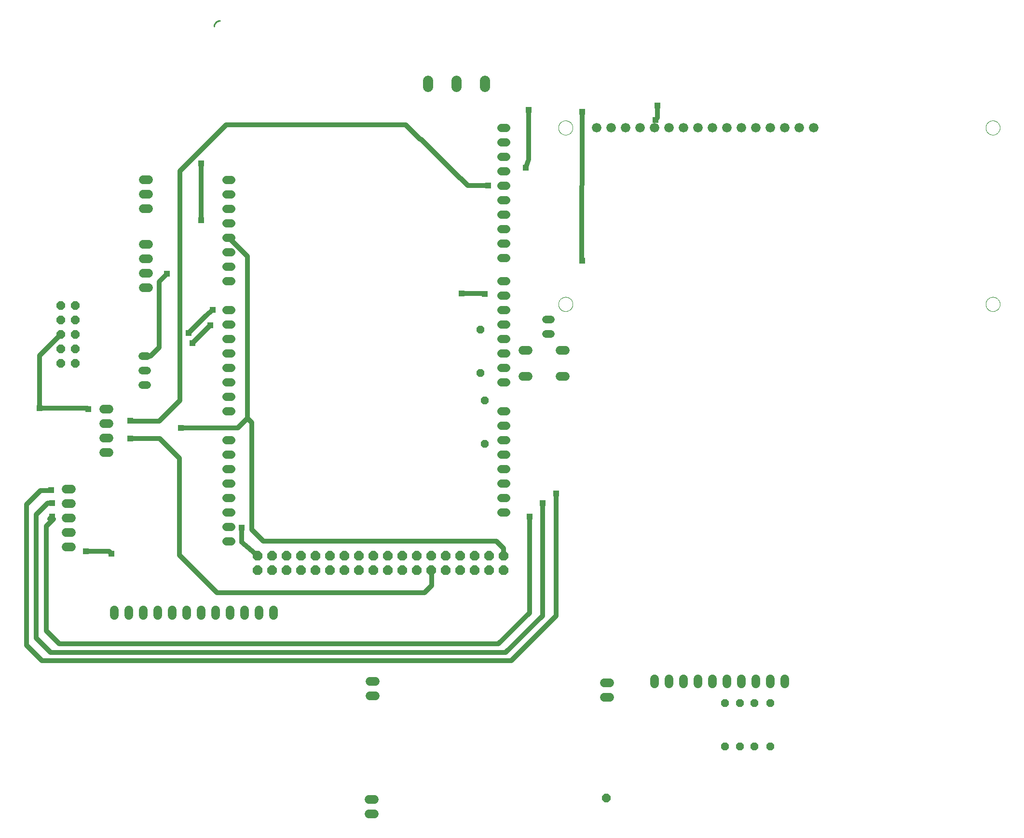
<source format=gtl>
G75*
%MOIN*%
%OFA0B0*%
%FSLAX25Y25*%
%IPPOS*%
%LPD*%
%AMOC8*
5,1,8,0,0,1.08239X$1,22.5*
%
%ADD10C,0.01000*%
%ADD11C,0.05600*%
%ADD12OC8,0.06600*%
%ADD13C,0.07087*%
%ADD14OC8,0.05200*%
%ADD15C,0.05200*%
%ADD16C,0.06600*%
%ADD17C,0.00000*%
%ADD18C,0.06000*%
%ADD19OC8,0.06000*%
%ADD20R,0.04362X0.04362*%
%ADD21C,0.03200*%
D10*
X0132100Y0552863D02*
X0132102Y0552987D01*
X0132108Y0553110D01*
X0132117Y0553234D01*
X0132131Y0553356D01*
X0132148Y0553479D01*
X0132170Y0553601D01*
X0132195Y0553722D01*
X0132224Y0553842D01*
X0132256Y0553961D01*
X0132293Y0554080D01*
X0132333Y0554197D01*
X0132376Y0554312D01*
X0132424Y0554427D01*
X0132475Y0554539D01*
X0132529Y0554650D01*
X0132587Y0554760D01*
X0132648Y0554867D01*
X0132713Y0554973D01*
X0132781Y0555076D01*
X0132852Y0555177D01*
X0132926Y0555276D01*
X0133003Y0555373D01*
X0133084Y0555467D01*
X0133167Y0555558D01*
X0133253Y0555647D01*
X0133342Y0555733D01*
X0133433Y0555816D01*
X0133527Y0555897D01*
X0133624Y0555974D01*
X0133723Y0556048D01*
X0133824Y0556119D01*
X0133927Y0556187D01*
X0134033Y0556252D01*
X0134140Y0556313D01*
X0134250Y0556371D01*
X0134361Y0556425D01*
X0134473Y0556476D01*
X0134588Y0556524D01*
X0134703Y0556567D01*
X0134820Y0556607D01*
X0134939Y0556644D01*
X0135058Y0556676D01*
X0135178Y0556705D01*
X0135299Y0556730D01*
X0135421Y0556752D01*
X0135544Y0556769D01*
X0135666Y0556783D01*
X0135790Y0556792D01*
X0135913Y0556798D01*
X0136037Y0556800D01*
D11*
X0140420Y0446800D02*
X0143780Y0446800D01*
X0143780Y0436800D02*
X0140420Y0436800D01*
X0140420Y0426800D02*
X0143780Y0426800D01*
X0143780Y0416800D02*
X0140420Y0416800D01*
X0140420Y0406800D02*
X0143780Y0406800D01*
X0143780Y0396800D02*
X0140420Y0396800D01*
X0140420Y0386800D02*
X0143780Y0386800D01*
X0143780Y0376800D02*
X0140420Y0376800D01*
X0140420Y0356800D02*
X0143780Y0356800D01*
X0143780Y0346800D02*
X0140420Y0346800D01*
X0140420Y0336800D02*
X0143780Y0336800D01*
X0143780Y0326800D02*
X0140420Y0326800D01*
X0140420Y0316800D02*
X0143780Y0316800D01*
X0143780Y0306800D02*
X0140420Y0306800D01*
X0140420Y0296800D02*
X0143780Y0296800D01*
X0143780Y0286800D02*
X0140420Y0286800D01*
X0140420Y0266800D02*
X0143780Y0266800D01*
X0143780Y0256800D02*
X0140420Y0256800D01*
X0140420Y0246800D02*
X0143780Y0246800D01*
X0143780Y0236800D02*
X0140420Y0236800D01*
X0140420Y0226800D02*
X0143780Y0226800D01*
X0143780Y0216800D02*
X0140420Y0216800D01*
X0140420Y0206800D02*
X0143780Y0206800D01*
X0143780Y0196800D02*
X0140420Y0196800D01*
X0330420Y0216800D02*
X0333780Y0216800D01*
X0333780Y0226800D02*
X0330420Y0226800D01*
X0330420Y0236800D02*
X0333780Y0236800D01*
X0333780Y0246800D02*
X0330420Y0246800D01*
X0330420Y0256800D02*
X0333780Y0256800D01*
X0333780Y0266800D02*
X0330420Y0266800D01*
X0330420Y0276800D02*
X0333780Y0276800D01*
X0333780Y0286800D02*
X0330420Y0286800D01*
X0330420Y0306800D02*
X0333780Y0306800D01*
X0333780Y0316800D02*
X0330420Y0316800D01*
X0330420Y0326800D02*
X0333780Y0326800D01*
X0333780Y0336800D02*
X0330420Y0336800D01*
X0330420Y0346800D02*
X0333780Y0346800D01*
X0333780Y0356800D02*
X0330420Y0356800D01*
X0330420Y0366800D02*
X0333780Y0366800D01*
X0333780Y0376800D02*
X0330420Y0376800D01*
X0330420Y0392800D02*
X0333780Y0392800D01*
X0333780Y0402800D02*
X0330420Y0402800D01*
X0330420Y0412800D02*
X0333780Y0412800D01*
X0333780Y0422800D02*
X0330420Y0422800D01*
X0330420Y0432800D02*
X0333780Y0432800D01*
X0333780Y0442800D02*
X0330420Y0442800D01*
X0330420Y0452800D02*
X0333780Y0452800D01*
X0333780Y0462800D02*
X0330420Y0462800D01*
X0330420Y0472800D02*
X0333780Y0472800D01*
X0333780Y0482800D02*
X0330420Y0482800D01*
D12*
X0332100Y0186800D03*
X0322100Y0186800D03*
X0322100Y0176800D03*
X0332100Y0176800D03*
X0312100Y0176800D03*
X0302100Y0176800D03*
X0302100Y0186800D03*
X0312100Y0186800D03*
X0292100Y0186800D03*
X0282100Y0186800D03*
X0282100Y0176800D03*
X0292100Y0176800D03*
X0272100Y0176800D03*
X0262100Y0176800D03*
X0252100Y0176800D03*
X0252100Y0186800D03*
X0262100Y0186800D03*
X0272100Y0186800D03*
X0242100Y0186800D03*
X0232100Y0186800D03*
X0232100Y0176800D03*
X0242100Y0176800D03*
X0222100Y0176800D03*
X0212100Y0176800D03*
X0212100Y0186800D03*
X0222100Y0186800D03*
X0202100Y0186800D03*
X0192100Y0186800D03*
X0192100Y0176800D03*
X0202100Y0176800D03*
X0182100Y0176800D03*
X0172100Y0176800D03*
X0172100Y0186800D03*
X0182100Y0186800D03*
X0162100Y0186800D03*
X0162100Y0176800D03*
D13*
X0279915Y0511083D02*
X0279915Y0515335D01*
X0299600Y0515335D02*
X0299600Y0511083D01*
X0319285Y0511083D02*
X0319285Y0515335D01*
D14*
X0316100Y0343300D03*
X0316100Y0313300D03*
X0319100Y0294300D03*
X0319100Y0264300D03*
X0485100Y0084800D03*
X0495600Y0084800D03*
X0505600Y0084800D03*
X0516600Y0084800D03*
X0516600Y0054800D03*
X0505600Y0054800D03*
X0495600Y0054800D03*
X0485100Y0054800D03*
D15*
X0364660Y0340300D02*
X0361540Y0340300D01*
X0361540Y0350300D02*
X0364660Y0350300D01*
X0085660Y0324800D02*
X0082540Y0324800D01*
X0082540Y0314800D02*
X0085660Y0314800D01*
X0085660Y0304800D02*
X0082540Y0304800D01*
D16*
X0396616Y0482824D03*
X0406616Y0482824D03*
X0416616Y0482824D03*
X0426616Y0482824D03*
X0436616Y0482824D03*
X0446616Y0482824D03*
X0456616Y0482824D03*
X0466616Y0482824D03*
X0476616Y0482824D03*
X0486616Y0482824D03*
X0496616Y0482824D03*
X0506616Y0482824D03*
X0516616Y0482824D03*
X0526616Y0482824D03*
X0536616Y0482824D03*
X0546616Y0482824D03*
D17*
X0665317Y0482824D02*
X0665319Y0482964D01*
X0665325Y0483104D01*
X0665335Y0483243D01*
X0665349Y0483382D01*
X0665367Y0483521D01*
X0665388Y0483659D01*
X0665414Y0483797D01*
X0665444Y0483934D01*
X0665477Y0484069D01*
X0665515Y0484204D01*
X0665556Y0484338D01*
X0665601Y0484471D01*
X0665649Y0484602D01*
X0665702Y0484731D01*
X0665758Y0484860D01*
X0665817Y0484986D01*
X0665881Y0485111D01*
X0665947Y0485234D01*
X0666018Y0485355D01*
X0666091Y0485474D01*
X0666168Y0485591D01*
X0666249Y0485705D01*
X0666332Y0485817D01*
X0666419Y0485927D01*
X0666509Y0486035D01*
X0666601Y0486139D01*
X0666697Y0486241D01*
X0666796Y0486341D01*
X0666897Y0486437D01*
X0667001Y0486531D01*
X0667108Y0486621D01*
X0667217Y0486708D01*
X0667329Y0486793D01*
X0667443Y0486874D01*
X0667559Y0486952D01*
X0667677Y0487026D01*
X0667798Y0487097D01*
X0667920Y0487165D01*
X0668045Y0487229D01*
X0668171Y0487290D01*
X0668298Y0487347D01*
X0668428Y0487400D01*
X0668559Y0487450D01*
X0668691Y0487495D01*
X0668824Y0487538D01*
X0668959Y0487576D01*
X0669094Y0487610D01*
X0669231Y0487641D01*
X0669368Y0487668D01*
X0669506Y0487690D01*
X0669645Y0487709D01*
X0669784Y0487724D01*
X0669923Y0487735D01*
X0670063Y0487742D01*
X0670203Y0487745D01*
X0670343Y0487744D01*
X0670483Y0487739D01*
X0670622Y0487730D01*
X0670762Y0487717D01*
X0670901Y0487700D01*
X0671039Y0487679D01*
X0671177Y0487655D01*
X0671314Y0487626D01*
X0671450Y0487594D01*
X0671585Y0487557D01*
X0671719Y0487517D01*
X0671852Y0487473D01*
X0671983Y0487425D01*
X0672113Y0487374D01*
X0672242Y0487319D01*
X0672369Y0487260D01*
X0672494Y0487197D01*
X0672617Y0487132D01*
X0672739Y0487062D01*
X0672858Y0486989D01*
X0672976Y0486913D01*
X0673091Y0486834D01*
X0673204Y0486751D01*
X0673314Y0486665D01*
X0673422Y0486576D01*
X0673527Y0486484D01*
X0673630Y0486389D01*
X0673730Y0486291D01*
X0673827Y0486191D01*
X0673921Y0486087D01*
X0674013Y0485981D01*
X0674101Y0485873D01*
X0674186Y0485762D01*
X0674268Y0485648D01*
X0674347Y0485532D01*
X0674422Y0485415D01*
X0674494Y0485295D01*
X0674562Y0485173D01*
X0674627Y0485049D01*
X0674689Y0484923D01*
X0674747Y0484796D01*
X0674801Y0484667D01*
X0674852Y0484536D01*
X0674898Y0484404D01*
X0674941Y0484271D01*
X0674981Y0484137D01*
X0675016Y0484002D01*
X0675048Y0483865D01*
X0675075Y0483728D01*
X0675099Y0483590D01*
X0675119Y0483452D01*
X0675135Y0483313D01*
X0675147Y0483173D01*
X0675155Y0483034D01*
X0675159Y0482894D01*
X0675159Y0482754D01*
X0675155Y0482614D01*
X0675147Y0482475D01*
X0675135Y0482335D01*
X0675119Y0482196D01*
X0675099Y0482058D01*
X0675075Y0481920D01*
X0675048Y0481783D01*
X0675016Y0481646D01*
X0674981Y0481511D01*
X0674941Y0481377D01*
X0674898Y0481244D01*
X0674852Y0481112D01*
X0674801Y0480981D01*
X0674747Y0480852D01*
X0674689Y0480725D01*
X0674627Y0480599D01*
X0674562Y0480475D01*
X0674494Y0480353D01*
X0674422Y0480233D01*
X0674347Y0480116D01*
X0674268Y0480000D01*
X0674186Y0479886D01*
X0674101Y0479775D01*
X0674013Y0479667D01*
X0673921Y0479561D01*
X0673827Y0479457D01*
X0673730Y0479357D01*
X0673630Y0479259D01*
X0673527Y0479164D01*
X0673422Y0479072D01*
X0673314Y0478983D01*
X0673204Y0478897D01*
X0673091Y0478814D01*
X0672976Y0478735D01*
X0672858Y0478659D01*
X0672739Y0478586D01*
X0672617Y0478516D01*
X0672494Y0478451D01*
X0672369Y0478388D01*
X0672242Y0478329D01*
X0672113Y0478274D01*
X0671983Y0478223D01*
X0671852Y0478175D01*
X0671719Y0478131D01*
X0671585Y0478091D01*
X0671450Y0478054D01*
X0671314Y0478022D01*
X0671177Y0477993D01*
X0671039Y0477969D01*
X0670901Y0477948D01*
X0670762Y0477931D01*
X0670622Y0477918D01*
X0670483Y0477909D01*
X0670343Y0477904D01*
X0670203Y0477903D01*
X0670063Y0477906D01*
X0669923Y0477913D01*
X0669784Y0477924D01*
X0669645Y0477939D01*
X0669506Y0477958D01*
X0669368Y0477980D01*
X0669231Y0478007D01*
X0669094Y0478038D01*
X0668959Y0478072D01*
X0668824Y0478110D01*
X0668691Y0478153D01*
X0668559Y0478198D01*
X0668428Y0478248D01*
X0668298Y0478301D01*
X0668171Y0478358D01*
X0668045Y0478419D01*
X0667920Y0478483D01*
X0667798Y0478551D01*
X0667677Y0478622D01*
X0667559Y0478696D01*
X0667443Y0478774D01*
X0667329Y0478855D01*
X0667217Y0478940D01*
X0667108Y0479027D01*
X0667001Y0479117D01*
X0666897Y0479211D01*
X0666796Y0479307D01*
X0666697Y0479407D01*
X0666601Y0479509D01*
X0666509Y0479613D01*
X0666419Y0479721D01*
X0666332Y0479831D01*
X0666249Y0479943D01*
X0666168Y0480057D01*
X0666091Y0480174D01*
X0666018Y0480293D01*
X0665947Y0480414D01*
X0665881Y0480537D01*
X0665817Y0480662D01*
X0665758Y0480788D01*
X0665702Y0480917D01*
X0665649Y0481046D01*
X0665601Y0481177D01*
X0665556Y0481310D01*
X0665515Y0481444D01*
X0665477Y0481579D01*
X0665444Y0481714D01*
X0665414Y0481851D01*
X0665388Y0481989D01*
X0665367Y0482127D01*
X0665349Y0482266D01*
X0665335Y0482405D01*
X0665325Y0482544D01*
X0665319Y0482684D01*
X0665317Y0482824D01*
X0665317Y0360776D02*
X0665319Y0360916D01*
X0665325Y0361056D01*
X0665335Y0361195D01*
X0665349Y0361334D01*
X0665367Y0361473D01*
X0665388Y0361611D01*
X0665414Y0361749D01*
X0665444Y0361886D01*
X0665477Y0362021D01*
X0665515Y0362156D01*
X0665556Y0362290D01*
X0665601Y0362423D01*
X0665649Y0362554D01*
X0665702Y0362683D01*
X0665758Y0362812D01*
X0665817Y0362938D01*
X0665881Y0363063D01*
X0665947Y0363186D01*
X0666018Y0363307D01*
X0666091Y0363426D01*
X0666168Y0363543D01*
X0666249Y0363657D01*
X0666332Y0363769D01*
X0666419Y0363879D01*
X0666509Y0363987D01*
X0666601Y0364091D01*
X0666697Y0364193D01*
X0666796Y0364293D01*
X0666897Y0364389D01*
X0667001Y0364483D01*
X0667108Y0364573D01*
X0667217Y0364660D01*
X0667329Y0364745D01*
X0667443Y0364826D01*
X0667559Y0364904D01*
X0667677Y0364978D01*
X0667798Y0365049D01*
X0667920Y0365117D01*
X0668045Y0365181D01*
X0668171Y0365242D01*
X0668298Y0365299D01*
X0668428Y0365352D01*
X0668559Y0365402D01*
X0668691Y0365447D01*
X0668824Y0365490D01*
X0668959Y0365528D01*
X0669094Y0365562D01*
X0669231Y0365593D01*
X0669368Y0365620D01*
X0669506Y0365642D01*
X0669645Y0365661D01*
X0669784Y0365676D01*
X0669923Y0365687D01*
X0670063Y0365694D01*
X0670203Y0365697D01*
X0670343Y0365696D01*
X0670483Y0365691D01*
X0670622Y0365682D01*
X0670762Y0365669D01*
X0670901Y0365652D01*
X0671039Y0365631D01*
X0671177Y0365607D01*
X0671314Y0365578D01*
X0671450Y0365546D01*
X0671585Y0365509D01*
X0671719Y0365469D01*
X0671852Y0365425D01*
X0671983Y0365377D01*
X0672113Y0365326D01*
X0672242Y0365271D01*
X0672369Y0365212D01*
X0672494Y0365149D01*
X0672617Y0365084D01*
X0672739Y0365014D01*
X0672858Y0364941D01*
X0672976Y0364865D01*
X0673091Y0364786D01*
X0673204Y0364703D01*
X0673314Y0364617D01*
X0673422Y0364528D01*
X0673527Y0364436D01*
X0673630Y0364341D01*
X0673730Y0364243D01*
X0673827Y0364143D01*
X0673921Y0364039D01*
X0674013Y0363933D01*
X0674101Y0363825D01*
X0674186Y0363714D01*
X0674268Y0363600D01*
X0674347Y0363484D01*
X0674422Y0363367D01*
X0674494Y0363247D01*
X0674562Y0363125D01*
X0674627Y0363001D01*
X0674689Y0362875D01*
X0674747Y0362748D01*
X0674801Y0362619D01*
X0674852Y0362488D01*
X0674898Y0362356D01*
X0674941Y0362223D01*
X0674981Y0362089D01*
X0675016Y0361954D01*
X0675048Y0361817D01*
X0675075Y0361680D01*
X0675099Y0361542D01*
X0675119Y0361404D01*
X0675135Y0361265D01*
X0675147Y0361125D01*
X0675155Y0360986D01*
X0675159Y0360846D01*
X0675159Y0360706D01*
X0675155Y0360566D01*
X0675147Y0360427D01*
X0675135Y0360287D01*
X0675119Y0360148D01*
X0675099Y0360010D01*
X0675075Y0359872D01*
X0675048Y0359735D01*
X0675016Y0359598D01*
X0674981Y0359463D01*
X0674941Y0359329D01*
X0674898Y0359196D01*
X0674852Y0359064D01*
X0674801Y0358933D01*
X0674747Y0358804D01*
X0674689Y0358677D01*
X0674627Y0358551D01*
X0674562Y0358427D01*
X0674494Y0358305D01*
X0674422Y0358185D01*
X0674347Y0358068D01*
X0674268Y0357952D01*
X0674186Y0357838D01*
X0674101Y0357727D01*
X0674013Y0357619D01*
X0673921Y0357513D01*
X0673827Y0357409D01*
X0673730Y0357309D01*
X0673630Y0357211D01*
X0673527Y0357116D01*
X0673422Y0357024D01*
X0673314Y0356935D01*
X0673204Y0356849D01*
X0673091Y0356766D01*
X0672976Y0356687D01*
X0672858Y0356611D01*
X0672739Y0356538D01*
X0672617Y0356468D01*
X0672494Y0356403D01*
X0672369Y0356340D01*
X0672242Y0356281D01*
X0672113Y0356226D01*
X0671983Y0356175D01*
X0671852Y0356127D01*
X0671719Y0356083D01*
X0671585Y0356043D01*
X0671450Y0356006D01*
X0671314Y0355974D01*
X0671177Y0355945D01*
X0671039Y0355921D01*
X0670901Y0355900D01*
X0670762Y0355883D01*
X0670622Y0355870D01*
X0670483Y0355861D01*
X0670343Y0355856D01*
X0670203Y0355855D01*
X0670063Y0355858D01*
X0669923Y0355865D01*
X0669784Y0355876D01*
X0669645Y0355891D01*
X0669506Y0355910D01*
X0669368Y0355932D01*
X0669231Y0355959D01*
X0669094Y0355990D01*
X0668959Y0356024D01*
X0668824Y0356062D01*
X0668691Y0356105D01*
X0668559Y0356150D01*
X0668428Y0356200D01*
X0668298Y0356253D01*
X0668171Y0356310D01*
X0668045Y0356371D01*
X0667920Y0356435D01*
X0667798Y0356503D01*
X0667677Y0356574D01*
X0667559Y0356648D01*
X0667443Y0356726D01*
X0667329Y0356807D01*
X0667217Y0356892D01*
X0667108Y0356979D01*
X0667001Y0357069D01*
X0666897Y0357163D01*
X0666796Y0357259D01*
X0666697Y0357359D01*
X0666601Y0357461D01*
X0666509Y0357565D01*
X0666419Y0357673D01*
X0666332Y0357783D01*
X0666249Y0357895D01*
X0666168Y0358009D01*
X0666091Y0358126D01*
X0666018Y0358245D01*
X0665947Y0358366D01*
X0665881Y0358489D01*
X0665817Y0358614D01*
X0665758Y0358740D01*
X0665702Y0358869D01*
X0665649Y0358998D01*
X0665601Y0359129D01*
X0665556Y0359262D01*
X0665515Y0359396D01*
X0665477Y0359531D01*
X0665444Y0359666D01*
X0665414Y0359803D01*
X0665388Y0359941D01*
X0665367Y0360079D01*
X0665349Y0360218D01*
X0665335Y0360357D01*
X0665325Y0360496D01*
X0665319Y0360636D01*
X0665317Y0360776D01*
X0370041Y0360776D02*
X0370043Y0360916D01*
X0370049Y0361056D01*
X0370059Y0361195D01*
X0370073Y0361334D01*
X0370091Y0361473D01*
X0370112Y0361611D01*
X0370138Y0361749D01*
X0370168Y0361886D01*
X0370201Y0362021D01*
X0370239Y0362156D01*
X0370280Y0362290D01*
X0370325Y0362423D01*
X0370373Y0362554D01*
X0370426Y0362683D01*
X0370482Y0362812D01*
X0370541Y0362938D01*
X0370605Y0363063D01*
X0370671Y0363186D01*
X0370742Y0363307D01*
X0370815Y0363426D01*
X0370892Y0363543D01*
X0370973Y0363657D01*
X0371056Y0363769D01*
X0371143Y0363879D01*
X0371233Y0363987D01*
X0371325Y0364091D01*
X0371421Y0364193D01*
X0371520Y0364293D01*
X0371621Y0364389D01*
X0371725Y0364483D01*
X0371832Y0364573D01*
X0371941Y0364660D01*
X0372053Y0364745D01*
X0372167Y0364826D01*
X0372283Y0364904D01*
X0372401Y0364978D01*
X0372522Y0365049D01*
X0372644Y0365117D01*
X0372769Y0365181D01*
X0372895Y0365242D01*
X0373022Y0365299D01*
X0373152Y0365352D01*
X0373283Y0365402D01*
X0373415Y0365447D01*
X0373548Y0365490D01*
X0373683Y0365528D01*
X0373818Y0365562D01*
X0373955Y0365593D01*
X0374092Y0365620D01*
X0374230Y0365642D01*
X0374369Y0365661D01*
X0374508Y0365676D01*
X0374647Y0365687D01*
X0374787Y0365694D01*
X0374927Y0365697D01*
X0375067Y0365696D01*
X0375207Y0365691D01*
X0375346Y0365682D01*
X0375486Y0365669D01*
X0375625Y0365652D01*
X0375763Y0365631D01*
X0375901Y0365607D01*
X0376038Y0365578D01*
X0376174Y0365546D01*
X0376309Y0365509D01*
X0376443Y0365469D01*
X0376576Y0365425D01*
X0376707Y0365377D01*
X0376837Y0365326D01*
X0376966Y0365271D01*
X0377093Y0365212D01*
X0377218Y0365149D01*
X0377341Y0365084D01*
X0377463Y0365014D01*
X0377582Y0364941D01*
X0377700Y0364865D01*
X0377815Y0364786D01*
X0377928Y0364703D01*
X0378038Y0364617D01*
X0378146Y0364528D01*
X0378251Y0364436D01*
X0378354Y0364341D01*
X0378454Y0364243D01*
X0378551Y0364143D01*
X0378645Y0364039D01*
X0378737Y0363933D01*
X0378825Y0363825D01*
X0378910Y0363714D01*
X0378992Y0363600D01*
X0379071Y0363484D01*
X0379146Y0363367D01*
X0379218Y0363247D01*
X0379286Y0363125D01*
X0379351Y0363001D01*
X0379413Y0362875D01*
X0379471Y0362748D01*
X0379525Y0362619D01*
X0379576Y0362488D01*
X0379622Y0362356D01*
X0379665Y0362223D01*
X0379705Y0362089D01*
X0379740Y0361954D01*
X0379772Y0361817D01*
X0379799Y0361680D01*
X0379823Y0361542D01*
X0379843Y0361404D01*
X0379859Y0361265D01*
X0379871Y0361125D01*
X0379879Y0360986D01*
X0379883Y0360846D01*
X0379883Y0360706D01*
X0379879Y0360566D01*
X0379871Y0360427D01*
X0379859Y0360287D01*
X0379843Y0360148D01*
X0379823Y0360010D01*
X0379799Y0359872D01*
X0379772Y0359735D01*
X0379740Y0359598D01*
X0379705Y0359463D01*
X0379665Y0359329D01*
X0379622Y0359196D01*
X0379576Y0359064D01*
X0379525Y0358933D01*
X0379471Y0358804D01*
X0379413Y0358677D01*
X0379351Y0358551D01*
X0379286Y0358427D01*
X0379218Y0358305D01*
X0379146Y0358185D01*
X0379071Y0358068D01*
X0378992Y0357952D01*
X0378910Y0357838D01*
X0378825Y0357727D01*
X0378737Y0357619D01*
X0378645Y0357513D01*
X0378551Y0357409D01*
X0378454Y0357309D01*
X0378354Y0357211D01*
X0378251Y0357116D01*
X0378146Y0357024D01*
X0378038Y0356935D01*
X0377928Y0356849D01*
X0377815Y0356766D01*
X0377700Y0356687D01*
X0377582Y0356611D01*
X0377463Y0356538D01*
X0377341Y0356468D01*
X0377218Y0356403D01*
X0377093Y0356340D01*
X0376966Y0356281D01*
X0376837Y0356226D01*
X0376707Y0356175D01*
X0376576Y0356127D01*
X0376443Y0356083D01*
X0376309Y0356043D01*
X0376174Y0356006D01*
X0376038Y0355974D01*
X0375901Y0355945D01*
X0375763Y0355921D01*
X0375625Y0355900D01*
X0375486Y0355883D01*
X0375346Y0355870D01*
X0375207Y0355861D01*
X0375067Y0355856D01*
X0374927Y0355855D01*
X0374787Y0355858D01*
X0374647Y0355865D01*
X0374508Y0355876D01*
X0374369Y0355891D01*
X0374230Y0355910D01*
X0374092Y0355932D01*
X0373955Y0355959D01*
X0373818Y0355990D01*
X0373683Y0356024D01*
X0373548Y0356062D01*
X0373415Y0356105D01*
X0373283Y0356150D01*
X0373152Y0356200D01*
X0373022Y0356253D01*
X0372895Y0356310D01*
X0372769Y0356371D01*
X0372644Y0356435D01*
X0372522Y0356503D01*
X0372401Y0356574D01*
X0372283Y0356648D01*
X0372167Y0356726D01*
X0372053Y0356807D01*
X0371941Y0356892D01*
X0371832Y0356979D01*
X0371725Y0357069D01*
X0371621Y0357163D01*
X0371520Y0357259D01*
X0371421Y0357359D01*
X0371325Y0357461D01*
X0371233Y0357565D01*
X0371143Y0357673D01*
X0371056Y0357783D01*
X0370973Y0357895D01*
X0370892Y0358009D01*
X0370815Y0358126D01*
X0370742Y0358245D01*
X0370671Y0358366D01*
X0370605Y0358489D01*
X0370541Y0358614D01*
X0370482Y0358740D01*
X0370426Y0358869D01*
X0370373Y0358998D01*
X0370325Y0359129D01*
X0370280Y0359262D01*
X0370239Y0359396D01*
X0370201Y0359531D01*
X0370168Y0359666D01*
X0370138Y0359803D01*
X0370112Y0359941D01*
X0370091Y0360079D01*
X0370073Y0360218D01*
X0370059Y0360357D01*
X0370049Y0360496D01*
X0370043Y0360636D01*
X0370041Y0360776D01*
X0370041Y0482824D02*
X0370043Y0482964D01*
X0370049Y0483104D01*
X0370059Y0483243D01*
X0370073Y0483382D01*
X0370091Y0483521D01*
X0370112Y0483659D01*
X0370138Y0483797D01*
X0370168Y0483934D01*
X0370201Y0484069D01*
X0370239Y0484204D01*
X0370280Y0484338D01*
X0370325Y0484471D01*
X0370373Y0484602D01*
X0370426Y0484731D01*
X0370482Y0484860D01*
X0370541Y0484986D01*
X0370605Y0485111D01*
X0370671Y0485234D01*
X0370742Y0485355D01*
X0370815Y0485474D01*
X0370892Y0485591D01*
X0370973Y0485705D01*
X0371056Y0485817D01*
X0371143Y0485927D01*
X0371233Y0486035D01*
X0371325Y0486139D01*
X0371421Y0486241D01*
X0371520Y0486341D01*
X0371621Y0486437D01*
X0371725Y0486531D01*
X0371832Y0486621D01*
X0371941Y0486708D01*
X0372053Y0486793D01*
X0372167Y0486874D01*
X0372283Y0486952D01*
X0372401Y0487026D01*
X0372522Y0487097D01*
X0372644Y0487165D01*
X0372769Y0487229D01*
X0372895Y0487290D01*
X0373022Y0487347D01*
X0373152Y0487400D01*
X0373283Y0487450D01*
X0373415Y0487495D01*
X0373548Y0487538D01*
X0373683Y0487576D01*
X0373818Y0487610D01*
X0373955Y0487641D01*
X0374092Y0487668D01*
X0374230Y0487690D01*
X0374369Y0487709D01*
X0374508Y0487724D01*
X0374647Y0487735D01*
X0374787Y0487742D01*
X0374927Y0487745D01*
X0375067Y0487744D01*
X0375207Y0487739D01*
X0375346Y0487730D01*
X0375486Y0487717D01*
X0375625Y0487700D01*
X0375763Y0487679D01*
X0375901Y0487655D01*
X0376038Y0487626D01*
X0376174Y0487594D01*
X0376309Y0487557D01*
X0376443Y0487517D01*
X0376576Y0487473D01*
X0376707Y0487425D01*
X0376837Y0487374D01*
X0376966Y0487319D01*
X0377093Y0487260D01*
X0377218Y0487197D01*
X0377341Y0487132D01*
X0377463Y0487062D01*
X0377582Y0486989D01*
X0377700Y0486913D01*
X0377815Y0486834D01*
X0377928Y0486751D01*
X0378038Y0486665D01*
X0378146Y0486576D01*
X0378251Y0486484D01*
X0378354Y0486389D01*
X0378454Y0486291D01*
X0378551Y0486191D01*
X0378645Y0486087D01*
X0378737Y0485981D01*
X0378825Y0485873D01*
X0378910Y0485762D01*
X0378992Y0485648D01*
X0379071Y0485532D01*
X0379146Y0485415D01*
X0379218Y0485295D01*
X0379286Y0485173D01*
X0379351Y0485049D01*
X0379413Y0484923D01*
X0379471Y0484796D01*
X0379525Y0484667D01*
X0379576Y0484536D01*
X0379622Y0484404D01*
X0379665Y0484271D01*
X0379705Y0484137D01*
X0379740Y0484002D01*
X0379772Y0483865D01*
X0379799Y0483728D01*
X0379823Y0483590D01*
X0379843Y0483452D01*
X0379859Y0483313D01*
X0379871Y0483173D01*
X0379879Y0483034D01*
X0379883Y0482894D01*
X0379883Y0482754D01*
X0379879Y0482614D01*
X0379871Y0482475D01*
X0379859Y0482335D01*
X0379843Y0482196D01*
X0379823Y0482058D01*
X0379799Y0481920D01*
X0379772Y0481783D01*
X0379740Y0481646D01*
X0379705Y0481511D01*
X0379665Y0481377D01*
X0379622Y0481244D01*
X0379576Y0481112D01*
X0379525Y0480981D01*
X0379471Y0480852D01*
X0379413Y0480725D01*
X0379351Y0480599D01*
X0379286Y0480475D01*
X0379218Y0480353D01*
X0379146Y0480233D01*
X0379071Y0480116D01*
X0378992Y0480000D01*
X0378910Y0479886D01*
X0378825Y0479775D01*
X0378737Y0479667D01*
X0378645Y0479561D01*
X0378551Y0479457D01*
X0378454Y0479357D01*
X0378354Y0479259D01*
X0378251Y0479164D01*
X0378146Y0479072D01*
X0378038Y0478983D01*
X0377928Y0478897D01*
X0377815Y0478814D01*
X0377700Y0478735D01*
X0377582Y0478659D01*
X0377463Y0478586D01*
X0377341Y0478516D01*
X0377218Y0478451D01*
X0377093Y0478388D01*
X0376966Y0478329D01*
X0376837Y0478274D01*
X0376707Y0478223D01*
X0376576Y0478175D01*
X0376443Y0478131D01*
X0376309Y0478091D01*
X0376174Y0478054D01*
X0376038Y0478022D01*
X0375901Y0477993D01*
X0375763Y0477969D01*
X0375625Y0477948D01*
X0375486Y0477931D01*
X0375346Y0477918D01*
X0375207Y0477909D01*
X0375067Y0477904D01*
X0374927Y0477903D01*
X0374787Y0477906D01*
X0374647Y0477913D01*
X0374508Y0477924D01*
X0374369Y0477939D01*
X0374230Y0477958D01*
X0374092Y0477980D01*
X0373955Y0478007D01*
X0373818Y0478038D01*
X0373683Y0478072D01*
X0373548Y0478110D01*
X0373415Y0478153D01*
X0373283Y0478198D01*
X0373152Y0478248D01*
X0373022Y0478301D01*
X0372895Y0478358D01*
X0372769Y0478419D01*
X0372644Y0478483D01*
X0372522Y0478551D01*
X0372401Y0478622D01*
X0372283Y0478696D01*
X0372167Y0478774D01*
X0372053Y0478855D01*
X0371941Y0478940D01*
X0371832Y0479027D01*
X0371725Y0479117D01*
X0371621Y0479211D01*
X0371520Y0479307D01*
X0371421Y0479407D01*
X0371325Y0479509D01*
X0371233Y0479613D01*
X0371143Y0479721D01*
X0371056Y0479831D01*
X0370973Y0479943D01*
X0370892Y0480057D01*
X0370815Y0480174D01*
X0370742Y0480293D01*
X0370671Y0480414D01*
X0370605Y0480537D01*
X0370541Y0480662D01*
X0370482Y0480788D01*
X0370426Y0480917D01*
X0370373Y0481046D01*
X0370325Y0481177D01*
X0370280Y0481310D01*
X0370239Y0481444D01*
X0370201Y0481579D01*
X0370168Y0481714D01*
X0370138Y0481851D01*
X0370112Y0481989D01*
X0370091Y0482127D01*
X0370073Y0482266D01*
X0370059Y0482405D01*
X0370049Y0482544D01*
X0370043Y0482684D01*
X0370041Y0482824D01*
D18*
X0371100Y0328700D02*
X0374700Y0328700D01*
X0374700Y0310900D02*
X0371100Y0310900D01*
X0349100Y0310900D02*
X0345500Y0310900D01*
X0345500Y0328700D02*
X0349100Y0328700D01*
X0173100Y0149100D02*
X0173100Y0145500D01*
X0163100Y0145500D02*
X0163100Y0149100D01*
X0153100Y0149100D02*
X0153100Y0145500D01*
X0143100Y0145500D02*
X0143100Y0149100D01*
X0133100Y0149100D02*
X0133100Y0145500D01*
X0123100Y0145500D02*
X0123100Y0149100D01*
X0113100Y0149100D02*
X0113100Y0145500D01*
X0103100Y0145500D02*
X0103100Y0149100D01*
X0093100Y0149100D02*
X0093100Y0145500D01*
X0083100Y0145500D02*
X0083100Y0149100D01*
X0073100Y0149100D02*
X0073100Y0145500D01*
X0063100Y0145500D02*
X0063100Y0149100D01*
X0033400Y0192800D02*
X0029800Y0192800D01*
X0029800Y0202800D02*
X0033400Y0202800D01*
X0033400Y0212800D02*
X0029800Y0212800D01*
X0029800Y0222800D02*
X0033400Y0222800D01*
X0033400Y0232800D02*
X0029800Y0232800D01*
X0055800Y0258300D02*
X0059400Y0258300D01*
X0059400Y0268300D02*
X0055800Y0268300D01*
X0055800Y0278300D02*
X0059400Y0278300D01*
X0059400Y0288300D02*
X0055800Y0288300D01*
X0083300Y0372300D02*
X0086900Y0372300D01*
X0086900Y0382300D02*
X0083300Y0382300D01*
X0083300Y0392300D02*
X0086900Y0392300D01*
X0086900Y0402300D02*
X0083300Y0402300D01*
X0083300Y0426800D02*
X0086900Y0426800D01*
X0086900Y0436800D02*
X0083300Y0436800D01*
X0083300Y0446800D02*
X0086900Y0446800D01*
X0239800Y0099800D02*
X0243400Y0099800D01*
X0243400Y0089800D02*
X0239800Y0089800D01*
X0239300Y0018300D02*
X0242900Y0018300D01*
X0242900Y0008300D02*
X0239300Y0008300D01*
X0401800Y0088800D02*
X0405400Y0088800D01*
X0405400Y0098800D02*
X0401800Y0098800D01*
X0436600Y0098000D02*
X0436600Y0101600D01*
X0446600Y0101600D02*
X0446600Y0098000D01*
X0456600Y0098000D02*
X0456600Y0101600D01*
X0466600Y0101600D02*
X0466600Y0098000D01*
X0476600Y0098000D02*
X0476600Y0101600D01*
X0486600Y0101600D02*
X0486600Y0098000D01*
X0496600Y0098000D02*
X0496600Y0101600D01*
X0506600Y0101600D02*
X0506600Y0098000D01*
X0516600Y0098000D02*
X0516600Y0101600D01*
X0526600Y0101600D02*
X0526600Y0098000D01*
D19*
X0403100Y0019300D03*
X0036100Y0319800D03*
X0036100Y0329800D03*
X0036100Y0339800D03*
X0036100Y0349800D03*
X0036100Y0359800D03*
X0026100Y0359800D03*
X0026100Y0349800D03*
X0026100Y0339800D03*
X0026100Y0329800D03*
X0026100Y0319800D03*
D20*
X0011600Y0288800D03*
X0045100Y0288300D03*
X0074100Y0280300D03*
X0074100Y0267800D03*
X0109100Y0275300D03*
X0117100Y0333800D03*
X0114600Y0340800D03*
X0129600Y0346300D03*
X0131100Y0356800D03*
X0099600Y0381800D03*
X0123100Y0418800D03*
X0123100Y0458300D03*
X0303100Y0368300D03*
X0319100Y0367800D03*
X0386600Y0390800D03*
X0347600Y0455300D03*
X0321600Y0442800D03*
X0349600Y0495300D03*
X0386600Y0493800D03*
X0437100Y0488300D03*
X0438600Y0498300D03*
X0368600Y0229800D03*
X0359100Y0223300D03*
X0350100Y0213800D03*
X0151100Y0206300D03*
X0061100Y0188300D03*
X0043600Y0189800D03*
X0020100Y0213800D03*
X0020100Y0223300D03*
X0019600Y0232300D03*
D21*
X0002600Y0124800D02*
X0013100Y0114300D01*
X0337600Y0114300D01*
X0368600Y0145300D01*
X0368600Y0229800D01*
X0359100Y0223300D02*
X0359100Y0145300D01*
X0333600Y0119800D01*
X0019100Y0119800D01*
X0009100Y0129800D01*
X0009100Y0215300D01*
X0017100Y0223300D01*
X0020100Y0223300D01*
X0019100Y0231800D02*
X0012100Y0231800D01*
X0002600Y0222300D01*
X0002600Y0124800D01*
X0016100Y0134800D02*
X0016100Y0207300D01*
X0021100Y0212300D01*
X0018600Y0212300D01*
X0020100Y0213800D01*
X0019100Y0231800D02*
X0019600Y0232300D01*
X0043600Y0189800D02*
X0059600Y0189800D01*
X0061100Y0188300D01*
X0108100Y0187300D02*
X0134100Y0161300D01*
X0277600Y0161300D01*
X0282600Y0166300D01*
X0282600Y0176300D01*
X0282100Y0176800D01*
X0327100Y0196800D02*
X0332100Y0191800D01*
X0332100Y0186800D01*
X0327100Y0196800D02*
X0166100Y0196800D01*
X0158100Y0204800D01*
X0158100Y0278800D01*
X0155100Y0281800D01*
X0148600Y0275300D01*
X0109100Y0275300D01*
X0094100Y0279800D02*
X0108600Y0294300D01*
X0108600Y0452800D01*
X0140600Y0484800D01*
X0264600Y0484800D01*
X0274600Y0474800D01*
X0275100Y0474800D01*
X0302100Y0447800D01*
X0302600Y0447800D01*
X0307600Y0442800D01*
X0321600Y0442800D01*
X0347600Y0455300D02*
X0349600Y0460800D01*
X0349600Y0495300D01*
X0386600Y0493800D02*
X0386100Y0391300D01*
X0386600Y0390800D01*
X0319100Y0367800D02*
X0318600Y0368300D01*
X0303100Y0368300D01*
X0437100Y0488300D02*
X0438600Y0489800D01*
X0438600Y0498300D01*
X0350100Y0213800D02*
X0350100Y0147300D01*
X0328600Y0125800D01*
X0025100Y0125800D01*
X0016100Y0134800D01*
X0108100Y0187300D02*
X0108100Y0254300D01*
X0094600Y0267800D01*
X0074100Y0267800D01*
X0074600Y0279800D02*
X0074100Y0280300D01*
X0074600Y0279800D02*
X0094100Y0279800D01*
X0088100Y0324800D02*
X0084100Y0324800D01*
X0088100Y0324800D02*
X0094100Y0330800D01*
X0094100Y0376300D01*
X0099600Y0381800D01*
X0126600Y0352800D02*
X0131100Y0356800D01*
X0126600Y0352800D02*
X0114600Y0340800D01*
X0117100Y0333800D02*
X0129600Y0346300D01*
X0155100Y0393800D02*
X0155100Y0281800D01*
X0151100Y0206300D02*
X0151100Y0196300D01*
X0162100Y0186800D01*
X0045100Y0288300D02*
X0044600Y0288800D01*
X0011600Y0288800D01*
X0011600Y0325300D01*
X0026100Y0339800D01*
X0123100Y0418800D02*
X0123100Y0458300D01*
X0142100Y0406800D02*
X0155100Y0393800D01*
M02*

</source>
